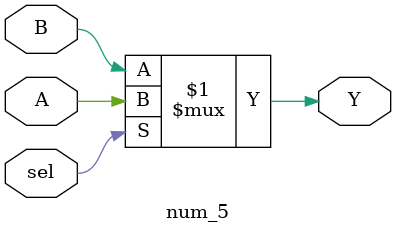
<source format=v>

`timescale 1ns/1ns

module num_5(input A, input B, input sel, output Y);
assign Y = (sel) ? A : B;
endmodule
</source>
